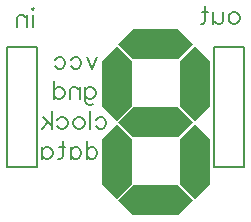
<source format=gbo>
G04 Layer: BottomSilkscreenLayer*
G04 EasyEDA v6.4.31, 2022-02-03 12:49:45*
G04 a9be7c87d83144a3bb2ccb21b8cae2d4,a012b36b664746af8e538b06cf3162c4,10*
G04 Gerber Generator version 0.2*
G04 Scale: 100 percent, Rotated: No, Reflected: No *
G04 Dimensions in millimeters *
G04 leading zeros omitted , absolute positions ,4 integer and 5 decimal *
%FSLAX45Y45*%
%MOMM*%

%ADD24C,0.2032*%
%ADD25C,0.2030*%

%LPD*%
D24*
X2044700Y4873045D02*
G01*
X2001062Y4771227D01*
X1957428Y4873045D02*
G01*
X2001062Y4771227D01*
X1822155Y4851227D02*
G01*
X1836699Y4865773D01*
X1851245Y4873045D01*
X1873064Y4873045D01*
X1887608Y4865773D01*
X1902155Y4851227D01*
X1909427Y4829408D01*
X1909427Y4814864D01*
X1902155Y4793046D01*
X1887608Y4778499D01*
X1873064Y4771227D01*
X1851245Y4771227D01*
X1836699Y4778499D01*
X1822155Y4793046D01*
X1686882Y4851227D02*
G01*
X1701426Y4865773D01*
X1715973Y4873045D01*
X1737791Y4873045D01*
X1752335Y4865773D01*
X1766882Y4851227D01*
X1774154Y4829408D01*
X1774154Y4814864D01*
X1766882Y4793046D01*
X1752335Y4778499D01*
X1737791Y4771227D01*
X1715973Y4771227D01*
X1701426Y4778499D01*
X1686882Y4793046D01*
X1944728Y4619045D02*
G01*
X1944728Y4502680D01*
X1952000Y4480864D01*
X1959272Y4473590D01*
X1973818Y4466318D01*
X1995637Y4466318D01*
X2010181Y4473590D01*
X1944728Y4597227D02*
G01*
X1959272Y4611773D01*
X1973818Y4619045D01*
X1995637Y4619045D01*
X2010181Y4611773D01*
X2024727Y4597227D01*
X2032000Y4575408D01*
X2032000Y4560864D01*
X2024727Y4539046D01*
X2010181Y4524499D01*
X1995637Y4517227D01*
X1973818Y4517227D01*
X1959272Y4524499D01*
X1944728Y4539046D01*
X1896727Y4619045D02*
G01*
X1896727Y4517227D01*
X1896727Y4589955D02*
G01*
X1874908Y4611773D01*
X1860364Y4619045D01*
X1838545Y4619045D01*
X1823999Y4611773D01*
X1816727Y4589955D01*
X1816727Y4517227D01*
X1681454Y4669955D02*
G01*
X1681454Y4517227D01*
X1681454Y4597227D02*
G01*
X1696001Y4611773D01*
X1710545Y4619045D01*
X1732363Y4619045D01*
X1746907Y4611773D01*
X1761454Y4597227D01*
X1768726Y4575408D01*
X1768726Y4560864D01*
X1761454Y4539046D01*
X1746907Y4524499D01*
X1732363Y4517227D01*
X1710545Y4517227D01*
X1696001Y4524499D01*
X1681454Y4539046D01*
X2033628Y4343227D02*
G01*
X2048172Y4357773D01*
X2062718Y4365045D01*
X2084537Y4365045D01*
X2099081Y4357773D01*
X2113627Y4343227D01*
X2120900Y4321408D01*
X2120900Y4306864D01*
X2113627Y4285046D01*
X2099081Y4270499D01*
X2084537Y4263227D01*
X2062718Y4263227D01*
X2048172Y4270499D01*
X2033628Y4285046D01*
X1985627Y4415955D02*
G01*
X1985627Y4263227D01*
X1901263Y4365045D02*
G01*
X1915810Y4357773D01*
X1930354Y4343227D01*
X1937626Y4321408D01*
X1937626Y4306864D01*
X1930354Y4285046D01*
X1915810Y4270499D01*
X1901263Y4263227D01*
X1879445Y4263227D01*
X1864901Y4270499D01*
X1850354Y4285046D01*
X1843082Y4306864D01*
X1843082Y4321408D01*
X1850354Y4343227D01*
X1864901Y4357773D01*
X1879445Y4365045D01*
X1901263Y4365045D01*
X1707809Y4343227D02*
G01*
X1722353Y4357773D01*
X1736900Y4365045D01*
X1758718Y4365045D01*
X1773262Y4357773D01*
X1787809Y4343227D01*
X1795081Y4321408D01*
X1795081Y4306864D01*
X1787809Y4285046D01*
X1773262Y4270499D01*
X1758718Y4263227D01*
X1736900Y4263227D01*
X1722353Y4270499D01*
X1707809Y4285046D01*
X1659808Y4415955D02*
G01*
X1659808Y4263227D01*
X1587080Y4365045D02*
G01*
X1659808Y4292318D01*
X1630718Y4321408D02*
G01*
X1579808Y4263227D01*
X1957428Y4161955D02*
G01*
X1957428Y4009227D01*
X1957428Y4089227D02*
G01*
X1971972Y4103773D01*
X1986518Y4111045D01*
X2008337Y4111045D01*
X2022881Y4103773D01*
X2037427Y4089227D01*
X2044700Y4067408D01*
X2044700Y4052864D01*
X2037427Y4031046D01*
X2022881Y4016499D01*
X2008337Y4009227D01*
X1986518Y4009227D01*
X1971972Y4016499D01*
X1957428Y4031046D01*
X1822155Y4111045D02*
G01*
X1822155Y4009227D01*
X1822155Y4089227D02*
G01*
X1836699Y4103773D01*
X1851245Y4111045D01*
X1873064Y4111045D01*
X1887608Y4103773D01*
X1902155Y4089227D01*
X1909427Y4067408D01*
X1909427Y4052864D01*
X1902155Y4031046D01*
X1887608Y4016499D01*
X1873064Y4009227D01*
X1851245Y4009227D01*
X1836699Y4016499D01*
X1822155Y4031046D01*
X1752335Y4161955D02*
G01*
X1752335Y4038318D01*
X1745063Y4016499D01*
X1730517Y4009227D01*
X1715973Y4009227D01*
X1774154Y4111045D02*
G01*
X1723245Y4111045D01*
X1580700Y4111045D02*
G01*
X1580700Y4009227D01*
X1580700Y4089227D02*
G01*
X1595244Y4103773D01*
X1609791Y4111045D01*
X1631609Y4111045D01*
X1646153Y4103773D01*
X1660700Y4089227D01*
X1667972Y4067408D01*
X1667972Y4052864D01*
X1660700Y4031046D01*
X1646153Y4016499D01*
X1631609Y4009227D01*
X1609791Y4009227D01*
X1595244Y4016499D01*
X1580700Y4031046D01*
X1511300Y5279555D02*
G01*
X1504027Y5272283D01*
X1496753Y5279555D01*
X1504027Y5286827D01*
X1511300Y5279555D01*
X1504027Y5228645D02*
G01*
X1504027Y5126827D01*
X1448755Y5228645D02*
G01*
X1448755Y5126827D01*
X1448755Y5199555D02*
G01*
X1426936Y5221373D01*
X1412389Y5228645D01*
X1390573Y5228645D01*
X1376027Y5221373D01*
X1368755Y5199555D01*
X1368755Y5126827D01*
X3214837Y5254045D02*
G01*
X3229381Y5246773D01*
X3243927Y5232227D01*
X3251200Y5210408D01*
X3251200Y5195864D01*
X3243927Y5174046D01*
X3229381Y5159499D01*
X3214837Y5152227D01*
X3193018Y5152227D01*
X3178472Y5159499D01*
X3163928Y5174046D01*
X3156653Y5195864D01*
X3156653Y5210408D01*
X3163928Y5232227D01*
X3178472Y5246773D01*
X3193018Y5254045D01*
X3214837Y5254045D01*
X3108655Y5254045D02*
G01*
X3108655Y5181318D01*
X3101380Y5159499D01*
X3086836Y5152227D01*
X3065018Y5152227D01*
X3050473Y5159499D01*
X3028655Y5181318D01*
X3028655Y5254045D02*
G01*
X3028655Y5152227D01*
X2958835Y5304955D02*
G01*
X2958835Y5181318D01*
X2951563Y5159499D01*
X2937017Y5152227D01*
X2922473Y5152227D01*
X2980654Y5254045D02*
G01*
X2929745Y5254045D01*
G36*
X2209800Y4965700D02*
G01*
X2082800Y4838700D01*
X2082800Y4457700D01*
X2209800Y4330700D01*
X2336800Y4457700D01*
X2336800Y4838700D01*
G37*
G36*
X2209800Y4305300D02*
G01*
X2082800Y4178300D01*
X2082800Y3797300D01*
X2209800Y3670300D01*
X2336800Y3797300D01*
X2336800Y4178300D01*
G37*
G36*
X2349500Y4445000D02*
G01*
X2222500Y4318000D01*
X2349500Y4191000D01*
X2730500Y4191000D01*
X2857500Y4318000D01*
X2730500Y4445000D01*
G37*
G36*
X2349500Y5105400D02*
G01*
X2222500Y4978400D01*
X2349500Y4851400D01*
X2730500Y4851400D01*
X2857500Y4978400D01*
X2730500Y5105400D01*
G37*
G36*
X2349500Y3784600D02*
G01*
X2222500Y3657600D01*
X2349500Y3530600D01*
X2730500Y3530600D01*
X2857500Y3657600D01*
X2730500Y3784600D01*
G37*
G36*
X2870200Y4305300D02*
G01*
X2743200Y4178300D01*
X2743200Y3797300D01*
X2870200Y3670300D01*
X2997200Y3797300D01*
X2997200Y4178300D01*
G37*
G36*
X2870200Y4965700D02*
G01*
X2743200Y4838700D01*
X2743200Y4457700D01*
X2870200Y4330700D01*
X2997200Y4457700D01*
X2997200Y4838700D01*
G37*
X1282700Y3937000D02*
G01*
X1536700Y3937000D01*
X1536700Y4953000D01*
X1282700Y4953000D01*
X1282700Y4762500D01*
D25*
X1282700Y3937000D02*
G01*
X1282700Y4762500D01*
D24*
X3035300Y3937000D02*
G01*
X3289300Y3937000D01*
X3289300Y4953000D01*
X3035300Y4953000D01*
X3035300Y4762500D01*
D25*
X3035300Y3937000D02*
G01*
X3035300Y4762500D01*
M02*

</source>
